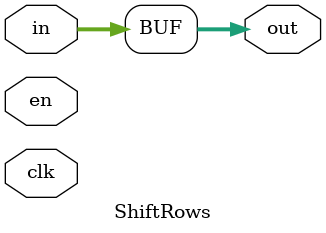
<source format=sv>
/*
 * Stephen Xu
 * November 4th, 2024
 * stxu@g.hmc.edu
 * This module performs ShiftRows for aes
 * Shifts rows of the state array by different offsets
 */
module ShiftRows (
    input logic clk,
    input logic en,
    input logic [127:0] in,
    output logic [127:0] out
);

  always_comb begin : blockName
    if (en) begin
      out = in;
    end else out = in;
  end
  // First Row is Unchanged

  // Second Row Gets Rotated Once

  // Third Row Gets Rotated Twice

  // Fourth Row Gets Rotated Three times

endmodule

</source>
